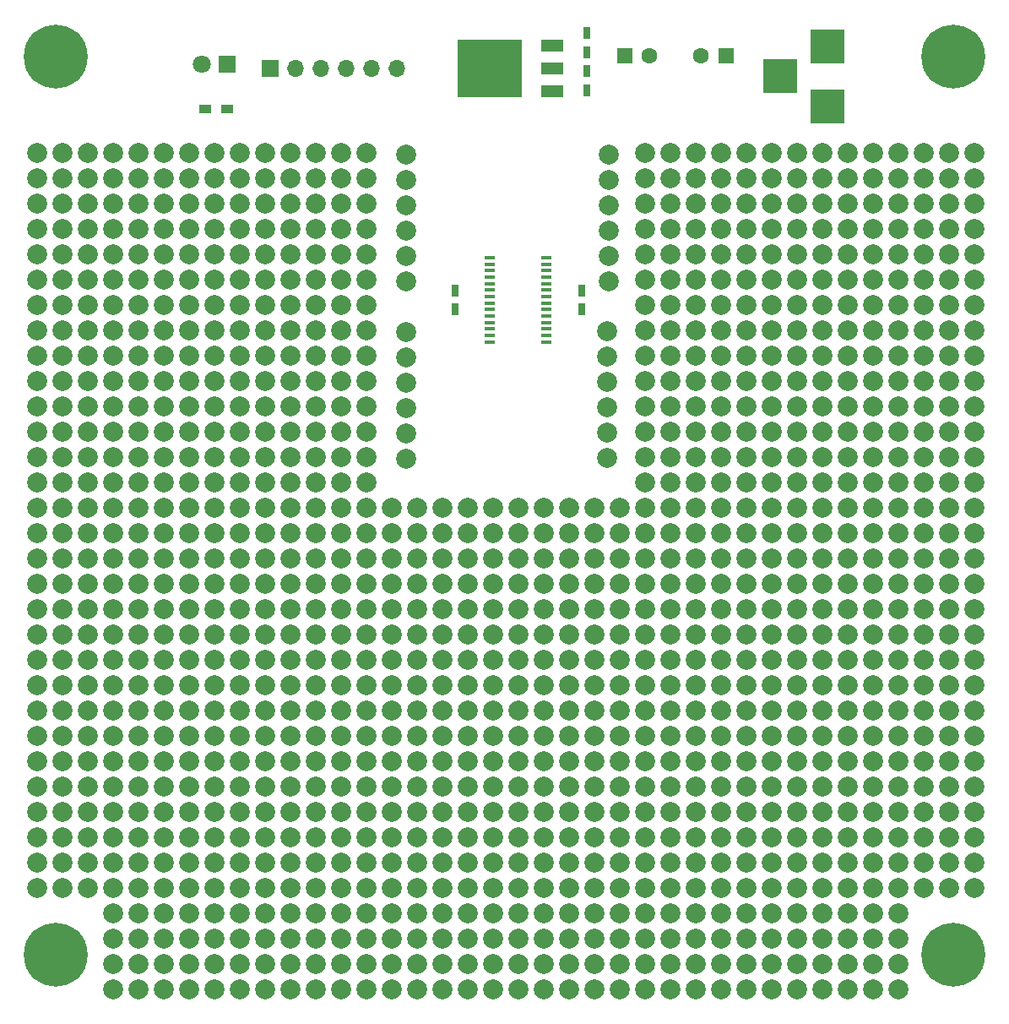
<source format=gbr>
G04 #@! TF.FileFunction,Soldermask,Top*
%FSLAX46Y46*%
G04 Gerber Fmt 4.6, Leading zero omitted, Abs format (unit mm)*
G04 Created by KiCad (PCBNEW 4.0.6) date 07/25/17 01:14:20*
%MOMM*%
%LPD*%
G01*
G04 APERTURE LIST*
%ADD10C,0.100000*%
%ADD11C,2.000000*%
%ADD12C,6.400000*%
%ADD13R,1.600000X1.600000*%
%ADD14C,1.600000*%
%ADD15R,0.750000X1.200000*%
%ADD16R,1.700000X1.700000*%
%ADD17O,1.700000X1.700000*%
%ADD18R,3.500000X3.500000*%
%ADD19R,2.200000X1.200000*%
%ADD20R,6.400000X5.800000*%
%ADD21R,1.100000X0.400000*%
%ADD22R,1.800000X1.800000*%
%ADD23C,1.800000*%
%ADD24R,1.200000X0.900000*%
G04 APERTURE END LIST*
D10*
D11*
X143510000Y-125095000D03*
X146050000Y-125095000D03*
X138430000Y-125095000D03*
X135890000Y-125095000D03*
X133350000Y-125095000D03*
X140970000Y-125095000D03*
X128270000Y-125095000D03*
X130810000Y-125095000D03*
X125730000Y-125095000D03*
X123190000Y-125095000D03*
X138430000Y-127635000D03*
X138430000Y-132715000D03*
X138430000Y-130175000D03*
X140970000Y-130175000D03*
X140970000Y-132715000D03*
X140970000Y-127635000D03*
X135890000Y-127635000D03*
X133350000Y-132715000D03*
X133350000Y-130175000D03*
X135890000Y-130175000D03*
X135890000Y-132715000D03*
X133350000Y-127635000D03*
X128270000Y-127635000D03*
X130810000Y-130175000D03*
X130810000Y-132715000D03*
X128270000Y-130175000D03*
X130810000Y-127635000D03*
X123190000Y-127635000D03*
X125730000Y-127635000D03*
X125730000Y-130175000D03*
X123190000Y-132715000D03*
X125730000Y-132715000D03*
X128270000Y-132715000D03*
X123190000Y-130175000D03*
X123190000Y-135255000D03*
X123190000Y-137795000D03*
X123190000Y-140335000D03*
X125730000Y-135255000D03*
X128270000Y-135255000D03*
X128270000Y-137795000D03*
X130810000Y-137795000D03*
X130810000Y-135255000D03*
X128270000Y-140335000D03*
X146050000Y-127635000D03*
X143510000Y-127635000D03*
X146050000Y-130175000D03*
X143510000Y-130175000D03*
X143510000Y-132715000D03*
X146050000Y-132715000D03*
X146050000Y-137795000D03*
X146050000Y-135255000D03*
X146050000Y-140335000D03*
X135890000Y-137795000D03*
X133350000Y-135255000D03*
X133350000Y-140335000D03*
X135890000Y-140335000D03*
X135890000Y-135255000D03*
X133350000Y-137795000D03*
X143510000Y-137795000D03*
X138430000Y-137795000D03*
X140970000Y-135255000D03*
X140970000Y-137795000D03*
X143510000Y-135255000D03*
X138430000Y-135255000D03*
X143510000Y-140335000D03*
X140970000Y-140335000D03*
X138430000Y-140335000D03*
X125730000Y-137795000D03*
X125730000Y-140335000D03*
X130810000Y-140335000D03*
X151130000Y-89535000D03*
X153670000Y-89535000D03*
X161290000Y-89535000D03*
X156210000Y-89535000D03*
X158750000Y-89535000D03*
X148590000Y-89535000D03*
X156210000Y-92075000D03*
X151130000Y-92075000D03*
X153670000Y-92075000D03*
X148590000Y-92075000D03*
X158750000Y-92075000D03*
X161290000Y-92075000D03*
X168910000Y-92075000D03*
X171450000Y-92075000D03*
X166370000Y-89535000D03*
X163830000Y-89535000D03*
X166370000Y-92075000D03*
X163830000Y-92075000D03*
X179070000Y-92075000D03*
X181610000Y-92075000D03*
X176530000Y-92075000D03*
X173990000Y-92075000D03*
X168910000Y-89535000D03*
X179070000Y-89535000D03*
X181610000Y-89535000D03*
X171450000Y-89535000D03*
X173990000Y-89535000D03*
X176530000Y-89535000D03*
X97790000Y-92075000D03*
X87630000Y-89535000D03*
X90170000Y-89535000D03*
X92710000Y-89535000D03*
X95250000Y-92075000D03*
X95250000Y-89535000D03*
X100330000Y-89535000D03*
X97790000Y-89535000D03*
X100330000Y-92075000D03*
X92710000Y-92075000D03*
X87630000Y-92075000D03*
X90170000Y-92075000D03*
X110490000Y-89535000D03*
X110490000Y-92075000D03*
X107950000Y-89535000D03*
X107950000Y-92075000D03*
X118110000Y-92075000D03*
X120650000Y-92075000D03*
X120650000Y-89535000D03*
X118110000Y-89535000D03*
X102870000Y-92075000D03*
X102870000Y-89535000D03*
X105410000Y-92075000D03*
X105410000Y-89535000D03*
X113030000Y-89535000D03*
X113030000Y-92075000D03*
X115570000Y-92075000D03*
X115570000Y-89535000D03*
X168910000Y-168275000D03*
X166370000Y-168275000D03*
X168910000Y-170815000D03*
X166370000Y-170815000D03*
X168910000Y-173355000D03*
X166370000Y-173355000D03*
X173990000Y-173355000D03*
X171450000Y-170815000D03*
X171450000Y-173355000D03*
X171450000Y-168275000D03*
X173990000Y-170815000D03*
X173990000Y-168275000D03*
X146050000Y-168275000D03*
X146050000Y-173355000D03*
X148590000Y-173355000D03*
X146050000Y-170815000D03*
X143510000Y-173355000D03*
X148590000Y-168275000D03*
X148590000Y-170815000D03*
X133350000Y-173355000D03*
X135890000Y-168275000D03*
X133350000Y-170815000D03*
X135890000Y-170815000D03*
X138430000Y-173355000D03*
X133350000Y-168275000D03*
X138430000Y-170815000D03*
X135890000Y-173355000D03*
X138430000Y-168275000D03*
X140970000Y-173355000D03*
X140970000Y-168275000D03*
X143510000Y-168275000D03*
X143510000Y-170815000D03*
X140970000Y-170815000D03*
X158750000Y-170815000D03*
X161290000Y-168275000D03*
X158750000Y-173355000D03*
X158750000Y-168275000D03*
X151130000Y-173355000D03*
X156210000Y-173355000D03*
X153670000Y-170815000D03*
X151130000Y-170815000D03*
X153670000Y-173355000D03*
X156210000Y-170815000D03*
X151130000Y-168275000D03*
X156210000Y-168275000D03*
X153670000Y-168275000D03*
X163830000Y-173355000D03*
X161290000Y-173355000D03*
X163830000Y-170815000D03*
X161290000Y-170815000D03*
X163830000Y-168275000D03*
X95250000Y-168275000D03*
X97790000Y-168275000D03*
X95250000Y-170815000D03*
X97790000Y-170815000D03*
X97790000Y-173355000D03*
X95250000Y-173355000D03*
X113030000Y-173355000D03*
X113030000Y-170815000D03*
X115570000Y-170815000D03*
X115570000Y-173355000D03*
X115570000Y-168275000D03*
X113030000Y-168275000D03*
X110490000Y-168275000D03*
X107950000Y-168275000D03*
X105410000Y-168275000D03*
X110490000Y-170815000D03*
X105410000Y-173355000D03*
X105410000Y-170815000D03*
X110490000Y-173355000D03*
X107950000Y-173355000D03*
X107950000Y-170815000D03*
X102870000Y-173355000D03*
X100330000Y-170815000D03*
X102870000Y-170815000D03*
X100330000Y-173355000D03*
X100330000Y-168275000D03*
X102870000Y-168275000D03*
X118110000Y-170815000D03*
X120650000Y-170815000D03*
X118110000Y-173355000D03*
X123190000Y-173355000D03*
X120650000Y-173355000D03*
X130810000Y-170815000D03*
X130810000Y-173355000D03*
X125730000Y-170815000D03*
X128270000Y-173355000D03*
X128270000Y-170815000D03*
X125730000Y-173355000D03*
X118110000Y-168275000D03*
X120650000Y-168275000D03*
X123190000Y-168275000D03*
X123190000Y-170815000D03*
X130810000Y-168275000D03*
X125730000Y-168275000D03*
X128270000Y-168275000D03*
X97790000Y-158115000D03*
X95250000Y-158115000D03*
X95250000Y-160655000D03*
X97790000Y-160655000D03*
X90170000Y-160655000D03*
X92710000Y-160655000D03*
X87630000Y-158115000D03*
X87630000Y-160655000D03*
X90170000Y-158115000D03*
X92710000Y-158115000D03*
X92710000Y-163195000D03*
X87630000Y-163195000D03*
X90170000Y-163195000D03*
X95250000Y-163195000D03*
X95250000Y-165735000D03*
X97790000Y-163195000D03*
X97790000Y-165735000D03*
X115570000Y-160655000D03*
X115570000Y-158115000D03*
X118110000Y-158115000D03*
X118110000Y-160655000D03*
X115570000Y-165735000D03*
X118110000Y-165735000D03*
X115570000Y-163195000D03*
X118110000Y-163195000D03*
X113030000Y-165735000D03*
X113030000Y-163195000D03*
X113030000Y-160655000D03*
X110490000Y-158115000D03*
X113030000Y-158115000D03*
X110490000Y-160655000D03*
X107950000Y-163195000D03*
X110490000Y-165735000D03*
X110490000Y-163195000D03*
X105410000Y-165735000D03*
X105410000Y-163195000D03*
X102870000Y-165735000D03*
X107950000Y-165735000D03*
X100330000Y-163195000D03*
X100330000Y-165735000D03*
X102870000Y-163195000D03*
X100330000Y-160655000D03*
X100330000Y-158115000D03*
X102870000Y-158115000D03*
X102870000Y-160655000D03*
X105410000Y-158115000D03*
X107950000Y-160655000D03*
X105410000Y-160655000D03*
X107950000Y-158115000D03*
X133350000Y-165735000D03*
X133350000Y-160655000D03*
X133350000Y-163195000D03*
X130810000Y-163195000D03*
X130810000Y-160655000D03*
X128270000Y-160655000D03*
X125730000Y-163195000D03*
X125730000Y-160655000D03*
X123190000Y-160655000D03*
X120650000Y-160655000D03*
X130810000Y-158115000D03*
X128270000Y-158115000D03*
X120650000Y-158115000D03*
X125730000Y-158115000D03*
X123190000Y-158115000D03*
X120650000Y-163195000D03*
X123190000Y-163195000D03*
X120650000Y-165735000D03*
X123190000Y-165735000D03*
X130810000Y-165735000D03*
X125730000Y-165735000D03*
X128270000Y-163195000D03*
X128270000Y-165735000D03*
X173990000Y-165735000D03*
X171450000Y-163195000D03*
X171450000Y-165735000D03*
X171450000Y-160655000D03*
X168910000Y-160655000D03*
X176530000Y-158115000D03*
X173990000Y-158115000D03*
X166370000Y-165735000D03*
X168910000Y-163195000D03*
X166370000Y-160655000D03*
X166370000Y-163195000D03*
X168910000Y-165735000D03*
X173990000Y-163195000D03*
X176530000Y-163195000D03*
X173990000Y-160655000D03*
X179070000Y-163195000D03*
X179070000Y-160655000D03*
X181610000Y-160655000D03*
X176530000Y-160655000D03*
X181610000Y-163195000D03*
X181610000Y-158115000D03*
X179070000Y-158115000D03*
X168910000Y-158115000D03*
X171450000Y-158115000D03*
X166370000Y-158115000D03*
X163830000Y-158115000D03*
X151130000Y-160655000D03*
X151130000Y-158115000D03*
X146050000Y-160655000D03*
X148590000Y-160655000D03*
X148590000Y-158115000D03*
X146050000Y-158115000D03*
X146050000Y-165735000D03*
X148590000Y-165735000D03*
X151130000Y-165735000D03*
X153670000Y-163195000D03*
X146050000Y-163195000D03*
X151130000Y-163195000D03*
X148590000Y-163195000D03*
X153670000Y-165735000D03*
X163830000Y-165735000D03*
X158750000Y-163195000D03*
X158750000Y-165735000D03*
X158750000Y-160655000D03*
X161290000Y-165735000D03*
X163830000Y-163195000D03*
X161290000Y-158115000D03*
X163830000Y-160655000D03*
X161290000Y-160655000D03*
X161290000Y-163195000D03*
X156210000Y-163195000D03*
X156210000Y-165735000D03*
X158750000Y-158115000D03*
X156210000Y-160655000D03*
X153670000Y-158115000D03*
X156210000Y-158115000D03*
X153670000Y-160655000D03*
X135890000Y-160655000D03*
X138430000Y-160655000D03*
X138430000Y-158115000D03*
X133350000Y-158115000D03*
X135890000Y-158115000D03*
X140970000Y-165735000D03*
X135890000Y-163195000D03*
X143510000Y-165735000D03*
X143510000Y-163195000D03*
X138430000Y-165735000D03*
X140970000Y-163195000D03*
X135890000Y-165735000D03*
X138430000Y-163195000D03*
X140970000Y-160655000D03*
X140970000Y-158115000D03*
X143510000Y-160655000D03*
X143510000Y-158115000D03*
X120650000Y-94615000D03*
X115570000Y-97155000D03*
X118110000Y-97155000D03*
X118110000Y-94615000D03*
X115570000Y-94615000D03*
X87630000Y-107315000D03*
X95250000Y-107315000D03*
X90170000Y-107315000D03*
X92710000Y-104775000D03*
X97790000Y-107315000D03*
X92710000Y-107315000D03*
X95250000Y-104775000D03*
X90170000Y-104775000D03*
X97790000Y-104775000D03*
X90170000Y-102235000D03*
X87630000Y-102235000D03*
X90170000Y-99695000D03*
X87630000Y-99695000D03*
X87630000Y-104775000D03*
X97790000Y-102235000D03*
X92710000Y-102235000D03*
X97790000Y-99695000D03*
X95250000Y-99695000D03*
X95250000Y-97155000D03*
X92710000Y-99695000D03*
X95250000Y-102235000D03*
X92710000Y-97155000D03*
X92710000Y-94615000D03*
X90170000Y-94615000D03*
X95250000Y-94615000D03*
X97790000Y-94615000D03*
X110490000Y-94615000D03*
X113030000Y-94615000D03*
X113030000Y-97155000D03*
X113030000Y-99695000D03*
X107950000Y-99695000D03*
X110490000Y-99695000D03*
X110490000Y-97155000D03*
X100330000Y-107315000D03*
X102870000Y-107315000D03*
X107950000Y-104775000D03*
X110490000Y-104775000D03*
X110490000Y-107315000D03*
X107950000Y-107315000D03*
X105410000Y-107315000D03*
X105410000Y-104775000D03*
X102870000Y-94615000D03*
X100330000Y-99695000D03*
X100330000Y-94615000D03*
X100330000Y-97155000D03*
X107950000Y-97155000D03*
X105410000Y-94615000D03*
X107950000Y-94615000D03*
X105410000Y-97155000D03*
X107950000Y-102235000D03*
X113030000Y-107315000D03*
X110490000Y-102235000D03*
X113030000Y-102235000D03*
X113030000Y-104775000D03*
X100330000Y-104775000D03*
X102870000Y-104775000D03*
X102870000Y-102235000D03*
X105410000Y-102235000D03*
X105410000Y-99695000D03*
X102870000Y-99695000D03*
X102870000Y-97155000D03*
X100330000Y-102235000D03*
X87630000Y-97155000D03*
X90170000Y-97155000D03*
X87630000Y-94615000D03*
X97790000Y-97155000D03*
X120650000Y-104775000D03*
X120650000Y-107315000D03*
X118110000Y-107315000D03*
X115570000Y-104775000D03*
X115570000Y-99695000D03*
X118110000Y-104775000D03*
X115570000Y-107315000D03*
X118110000Y-102235000D03*
X115570000Y-102235000D03*
X118110000Y-99695000D03*
X120650000Y-97155000D03*
X120650000Y-99695000D03*
X120650000Y-102235000D03*
X179070000Y-107315000D03*
X176530000Y-107315000D03*
X181610000Y-107315000D03*
X173990000Y-107315000D03*
X171450000Y-104775000D03*
X173990000Y-104775000D03*
X171450000Y-107315000D03*
X171450000Y-102235000D03*
X166370000Y-102235000D03*
X168910000Y-102235000D03*
X166370000Y-107315000D03*
X168910000Y-104775000D03*
X166370000Y-104775000D03*
X168910000Y-107315000D03*
X179070000Y-94615000D03*
X181610000Y-94615000D03*
X179070000Y-97155000D03*
X181610000Y-97155000D03*
X181610000Y-99695000D03*
X179070000Y-99695000D03*
X181610000Y-102235000D03*
X176530000Y-104775000D03*
X179070000Y-102235000D03*
X179070000Y-104775000D03*
X181610000Y-104775000D03*
X173990000Y-102235000D03*
X176530000Y-102235000D03*
X173990000Y-99695000D03*
X176530000Y-99695000D03*
X151130000Y-94615000D03*
X148590000Y-94615000D03*
X151130000Y-97155000D03*
X166370000Y-99695000D03*
X168910000Y-99695000D03*
X163830000Y-99695000D03*
X166370000Y-97155000D03*
X163830000Y-97155000D03*
X163830000Y-94615000D03*
X166370000Y-94615000D03*
X168910000Y-97155000D03*
X168910000Y-94615000D03*
X171450000Y-99695000D03*
X173990000Y-97155000D03*
X176530000Y-94615000D03*
X171450000Y-97155000D03*
X176530000Y-97155000D03*
X173990000Y-94615000D03*
X171450000Y-94615000D03*
X148590000Y-102235000D03*
X151130000Y-102235000D03*
X148590000Y-99695000D03*
X151130000Y-99695000D03*
X163830000Y-104775000D03*
X161290000Y-104775000D03*
X161290000Y-107315000D03*
X163830000Y-102235000D03*
X161290000Y-102235000D03*
X163830000Y-107315000D03*
X148590000Y-104775000D03*
X151130000Y-107315000D03*
X151130000Y-104775000D03*
X148590000Y-107315000D03*
X158750000Y-102235000D03*
X158750000Y-97155000D03*
X158750000Y-99695000D03*
X161290000Y-99695000D03*
X161290000Y-97155000D03*
X148590000Y-97155000D03*
X153670000Y-99695000D03*
X156210000Y-99695000D03*
X153670000Y-97155000D03*
X153670000Y-94615000D03*
X156210000Y-97155000D03*
X156210000Y-94615000D03*
X153670000Y-107315000D03*
X153670000Y-104775000D03*
X153670000Y-102235000D03*
X156210000Y-107315000D03*
X158750000Y-107315000D03*
X158750000Y-104775000D03*
X156210000Y-104775000D03*
X156210000Y-102235000D03*
X158750000Y-94615000D03*
X161290000Y-94615000D03*
X140970000Y-155575000D03*
X140970000Y-153035000D03*
X140970000Y-150495000D03*
X143510000Y-150495000D03*
X138430000Y-155575000D03*
X138430000Y-153035000D03*
X138430000Y-150495000D03*
X135890000Y-150495000D03*
X135890000Y-155575000D03*
X133350000Y-155575000D03*
X133350000Y-150495000D03*
X133350000Y-153035000D03*
X135890000Y-153035000D03*
X143510000Y-155575000D03*
X146050000Y-155575000D03*
X146050000Y-150495000D03*
X146050000Y-153035000D03*
X143510000Y-153035000D03*
X148590000Y-150495000D03*
X181610000Y-150495000D03*
X179070000Y-150495000D03*
X176530000Y-150495000D03*
X171450000Y-150495000D03*
X163830000Y-153035000D03*
X163830000Y-150495000D03*
X166370000Y-150495000D03*
X168910000Y-150495000D03*
X166370000Y-155575000D03*
X163830000Y-155575000D03*
X168910000Y-153035000D03*
X166370000Y-153035000D03*
X168910000Y-155575000D03*
X173990000Y-155575000D03*
X171450000Y-153035000D03*
X173990000Y-153035000D03*
X171450000Y-155575000D03*
X173990000Y-150495000D03*
X179070000Y-155575000D03*
X181610000Y-155575000D03*
X176530000Y-155575000D03*
X176530000Y-153035000D03*
X179070000Y-153035000D03*
X181610000Y-153035000D03*
X153670000Y-155575000D03*
X148590000Y-155575000D03*
X148590000Y-153035000D03*
X151130000Y-155575000D03*
X151130000Y-153035000D03*
X153670000Y-153035000D03*
X153670000Y-150495000D03*
X151130000Y-150495000D03*
X156210000Y-155575000D03*
X158750000Y-155575000D03*
X161290000Y-153035000D03*
X161290000Y-155575000D03*
X158750000Y-153035000D03*
X156210000Y-153035000D03*
X156210000Y-150495000D03*
X158750000Y-150495000D03*
X161290000Y-150495000D03*
X100330000Y-153035000D03*
X100330000Y-155575000D03*
X102870000Y-150495000D03*
X100330000Y-150495000D03*
X107950000Y-153035000D03*
X110490000Y-150495000D03*
X110490000Y-153035000D03*
X113030000Y-155575000D03*
X110490000Y-155575000D03*
X107950000Y-150495000D03*
X107950000Y-155575000D03*
X105410000Y-155575000D03*
X105410000Y-153035000D03*
X105410000Y-150495000D03*
X102870000Y-155575000D03*
X102870000Y-153035000D03*
X130810000Y-155575000D03*
X130810000Y-153035000D03*
X128270000Y-153035000D03*
X128270000Y-155575000D03*
X130810000Y-150495000D03*
X128270000Y-150495000D03*
X125730000Y-155575000D03*
X125730000Y-153035000D03*
X123190000Y-155575000D03*
X123190000Y-153035000D03*
X125730000Y-150495000D03*
X118110000Y-155575000D03*
X120650000Y-153035000D03*
X120650000Y-155575000D03*
X118110000Y-153035000D03*
X115570000Y-155575000D03*
X118110000Y-150495000D03*
X115570000Y-153035000D03*
X115570000Y-150495000D03*
X123190000Y-150495000D03*
X120650000Y-150495000D03*
X113030000Y-153035000D03*
X113030000Y-150495000D03*
X92710000Y-153035000D03*
X97790000Y-150495000D03*
X97790000Y-153035000D03*
X97790000Y-155575000D03*
X92710000Y-155575000D03*
X95250000Y-153035000D03*
X95250000Y-150495000D03*
X95250000Y-155575000D03*
X90170000Y-155575000D03*
X92710000Y-150495000D03*
X87630000Y-150495000D03*
X87630000Y-155575000D03*
X90170000Y-150495000D03*
X87630000Y-153035000D03*
X90170000Y-153035000D03*
X140970000Y-147955000D03*
X138430000Y-147955000D03*
X135890000Y-147955000D03*
X133350000Y-147955000D03*
X143510000Y-147955000D03*
X146050000Y-147955000D03*
X130810000Y-147955000D03*
X128270000Y-147955000D03*
X125730000Y-147955000D03*
X123190000Y-147955000D03*
X140970000Y-145415000D03*
X138430000Y-145415000D03*
X135890000Y-145415000D03*
X133350000Y-145415000D03*
X143510000Y-145415000D03*
X146050000Y-145415000D03*
X130810000Y-145415000D03*
X128270000Y-145415000D03*
X125730000Y-145415000D03*
X123190000Y-145415000D03*
X140970000Y-142875000D03*
X138430000Y-142875000D03*
X143510000Y-142875000D03*
X146050000Y-142875000D03*
X130810000Y-142875000D03*
X133350000Y-142875000D03*
X135890000Y-142875000D03*
X125730000Y-142875000D03*
X128270000Y-142875000D03*
X123190000Y-142875000D03*
X120650000Y-135255000D03*
X118110000Y-132715000D03*
X120650000Y-132715000D03*
X118110000Y-135255000D03*
X118110000Y-137795000D03*
X115570000Y-137795000D03*
X120650000Y-140335000D03*
X120650000Y-137795000D03*
X118110000Y-147955000D03*
X115570000Y-147955000D03*
X120650000Y-147955000D03*
X120650000Y-142875000D03*
X120650000Y-145415000D03*
X118110000Y-145415000D03*
X118110000Y-142875000D03*
X118110000Y-140335000D03*
X115570000Y-127635000D03*
X118110000Y-127635000D03*
X120650000Y-127635000D03*
X120650000Y-125095000D03*
X118110000Y-125095000D03*
X113030000Y-125095000D03*
X115570000Y-125095000D03*
X120650000Y-130175000D03*
X115570000Y-132715000D03*
X115570000Y-135255000D03*
X118110000Y-130175000D03*
X115570000Y-130175000D03*
X115570000Y-145415000D03*
X113030000Y-145415000D03*
X113030000Y-140335000D03*
X113030000Y-142875000D03*
X115570000Y-142875000D03*
X115570000Y-140335000D03*
X90170000Y-125095000D03*
X87630000Y-125095000D03*
X87630000Y-122555000D03*
X90170000Y-122555000D03*
X92710000Y-122555000D03*
X92710000Y-120015000D03*
X97790000Y-125095000D03*
X97790000Y-122555000D03*
X97790000Y-120015000D03*
X95250000Y-122555000D03*
X95250000Y-120015000D03*
X87630000Y-117475000D03*
X90170000Y-120015000D03*
X87630000Y-114935000D03*
X87630000Y-120015000D03*
X95250000Y-114935000D03*
X97790000Y-114935000D03*
X97790000Y-117475000D03*
X95250000Y-117475000D03*
X90170000Y-114935000D03*
X90170000Y-117475000D03*
X92710000Y-117475000D03*
X92710000Y-114935000D03*
X87630000Y-130175000D03*
X90170000Y-130175000D03*
X87630000Y-127635000D03*
X90170000Y-127635000D03*
X97790000Y-130175000D03*
X100330000Y-130175000D03*
X100330000Y-132715000D03*
X97790000Y-132715000D03*
X95250000Y-130175000D03*
X95250000Y-132715000D03*
X100330000Y-127635000D03*
X97790000Y-127635000D03*
X87630000Y-132715000D03*
X90170000Y-132715000D03*
X92710000Y-130175000D03*
X92710000Y-132715000D03*
X92710000Y-125095000D03*
X95250000Y-127635000D03*
X92710000Y-127635000D03*
X95250000Y-125095000D03*
X90170000Y-147955000D03*
X87630000Y-145415000D03*
X87630000Y-147955000D03*
X92710000Y-145415000D03*
X90170000Y-145415000D03*
X92710000Y-147955000D03*
X100330000Y-137795000D03*
X97790000Y-135255000D03*
X100330000Y-135255000D03*
X100330000Y-140335000D03*
X87630000Y-137795000D03*
X87630000Y-135255000D03*
X92710000Y-135255000D03*
X90170000Y-137795000D03*
X90170000Y-135255000D03*
X92710000Y-137795000D03*
X100330000Y-145415000D03*
X100330000Y-142875000D03*
X97790000Y-145415000D03*
X97790000Y-142875000D03*
X95250000Y-142875000D03*
X95250000Y-147955000D03*
X100330000Y-147955000D03*
X97790000Y-147955000D03*
X95250000Y-145415000D03*
X97790000Y-140335000D03*
X95250000Y-137795000D03*
X97790000Y-137795000D03*
X95250000Y-135255000D03*
X95250000Y-140335000D03*
X87630000Y-142875000D03*
X92710000Y-140335000D03*
X87630000Y-140335000D03*
X90170000Y-140335000D03*
X90170000Y-142875000D03*
X92710000Y-142875000D03*
X100330000Y-122555000D03*
X100330000Y-125095000D03*
X102870000Y-125095000D03*
X100330000Y-120015000D03*
X107950000Y-120015000D03*
X107950000Y-122555000D03*
X107950000Y-125095000D03*
X110490000Y-125095000D03*
X105410000Y-125095000D03*
X102870000Y-122555000D03*
X105410000Y-120015000D03*
X105410000Y-122555000D03*
X102870000Y-120015000D03*
X107950000Y-114935000D03*
X107950000Y-117475000D03*
X105410000Y-114935000D03*
X105410000Y-117475000D03*
X100330000Y-114935000D03*
X102870000Y-114935000D03*
X102870000Y-117475000D03*
X100330000Y-117475000D03*
X110490000Y-132715000D03*
X113030000Y-132715000D03*
X107950000Y-132715000D03*
X107950000Y-130175000D03*
X105410000Y-145415000D03*
X105410000Y-147955000D03*
X102870000Y-147955000D03*
X102870000Y-145415000D03*
X107950000Y-145415000D03*
X105410000Y-137795000D03*
X102870000Y-140335000D03*
X105410000Y-140335000D03*
X105410000Y-142875000D03*
X102870000Y-142875000D03*
X102870000Y-137795000D03*
X110490000Y-130175000D03*
X113030000Y-130175000D03*
X113030000Y-127635000D03*
X107950000Y-127635000D03*
X110490000Y-127635000D03*
X102870000Y-132715000D03*
X102870000Y-135255000D03*
X105410000Y-130175000D03*
X105410000Y-135255000D03*
X105410000Y-132715000D03*
X102870000Y-130175000D03*
X102870000Y-127635000D03*
X105410000Y-127635000D03*
X107950000Y-142875000D03*
X113030000Y-137795000D03*
X110490000Y-137795000D03*
X110490000Y-142875000D03*
X110490000Y-145415000D03*
X107950000Y-147955000D03*
X110490000Y-147955000D03*
X113030000Y-147955000D03*
X113030000Y-135255000D03*
X110490000Y-135255000D03*
X107950000Y-135255000D03*
X107950000Y-137795000D03*
X107950000Y-140335000D03*
X110490000Y-140335000D03*
X118110000Y-112395000D03*
X118110000Y-109855000D03*
X115570000Y-112395000D03*
X115570000Y-109855000D03*
X113030000Y-112395000D03*
X113030000Y-109855000D03*
X120650000Y-109855000D03*
X120650000Y-112395000D03*
X90170000Y-109855000D03*
X90170000Y-112395000D03*
X87630000Y-109855000D03*
X87630000Y-112395000D03*
X120650000Y-122555000D03*
X120650000Y-120015000D03*
X118110000Y-120015000D03*
X118110000Y-122555000D03*
X120650000Y-117475000D03*
X118110000Y-114935000D03*
X118110000Y-117475000D03*
X120650000Y-114935000D03*
X115570000Y-122555000D03*
X115570000Y-120015000D03*
X113030000Y-120015000D03*
X110490000Y-120015000D03*
X113030000Y-122555000D03*
X110490000Y-122555000D03*
X113030000Y-114935000D03*
X110490000Y-114935000D03*
X115570000Y-114935000D03*
X110490000Y-117475000D03*
X115570000Y-117475000D03*
X113030000Y-117475000D03*
X92710000Y-109855000D03*
X95250000Y-112395000D03*
X95250000Y-109855000D03*
X92710000Y-112395000D03*
X105410000Y-112395000D03*
X102870000Y-109855000D03*
X102870000Y-112395000D03*
X105410000Y-109855000D03*
X107950000Y-112395000D03*
X110490000Y-109855000D03*
X107950000Y-109855000D03*
X110490000Y-112395000D03*
X97790000Y-112395000D03*
X100330000Y-112395000D03*
X100330000Y-109855000D03*
X97790000Y-109855000D03*
X179070000Y-147955000D03*
X181610000Y-147955000D03*
X176530000Y-147955000D03*
X176530000Y-145415000D03*
X179070000Y-145415000D03*
X181610000Y-142875000D03*
X181610000Y-145415000D03*
X166370000Y-145415000D03*
X163830000Y-145415000D03*
X166370000Y-147955000D03*
X163830000Y-147955000D03*
X171450000Y-145415000D03*
X173990000Y-145415000D03*
X171450000Y-147955000D03*
X173990000Y-147955000D03*
X168910000Y-147955000D03*
X176530000Y-135255000D03*
X176530000Y-137795000D03*
X179070000Y-137795000D03*
X181610000Y-135255000D03*
X179070000Y-135255000D03*
X176530000Y-142875000D03*
X179070000Y-142875000D03*
X176530000Y-140335000D03*
X179070000Y-140335000D03*
X181610000Y-140335000D03*
X181610000Y-137795000D03*
X168910000Y-140335000D03*
X173990000Y-140335000D03*
X171450000Y-140335000D03*
X171450000Y-142875000D03*
X168910000Y-142875000D03*
X173990000Y-142875000D03*
X168910000Y-145415000D03*
X163830000Y-140335000D03*
X166370000Y-140335000D03*
X163830000Y-142875000D03*
X161290000Y-140335000D03*
X161290000Y-142875000D03*
X166370000Y-142875000D03*
X173990000Y-137795000D03*
X173990000Y-135255000D03*
X171450000Y-137795000D03*
X171450000Y-135255000D03*
X156210000Y-137795000D03*
X158750000Y-135255000D03*
X156210000Y-135255000D03*
X158750000Y-137795000D03*
X153670000Y-135255000D03*
X151130000Y-137795000D03*
X151130000Y-135255000D03*
X153670000Y-137795000D03*
X166370000Y-137795000D03*
X166370000Y-135255000D03*
X168910000Y-135255000D03*
X168910000Y-137795000D03*
X161290000Y-137795000D03*
X163830000Y-135255000D03*
X161290000Y-135255000D03*
X163830000Y-137795000D03*
X153670000Y-142875000D03*
X156210000Y-140335000D03*
X153670000Y-140335000D03*
X156210000Y-142875000D03*
X158750000Y-142875000D03*
X158750000Y-145415000D03*
X156210000Y-145415000D03*
X158750000Y-140335000D03*
X153670000Y-145415000D03*
X158750000Y-147955000D03*
X161290000Y-147955000D03*
X156210000Y-147955000D03*
X161290000Y-145415000D03*
X153670000Y-147955000D03*
X151130000Y-142875000D03*
X148590000Y-140335000D03*
X151130000Y-140335000D03*
X151130000Y-145415000D03*
X148590000Y-135255000D03*
X148590000Y-145415000D03*
X148590000Y-137795000D03*
X148590000Y-142875000D03*
X148590000Y-147955000D03*
X151130000Y-147955000D03*
X153670000Y-132715000D03*
X153670000Y-130175000D03*
X156210000Y-132715000D03*
X156210000Y-130175000D03*
X176530000Y-130175000D03*
X179070000Y-132715000D03*
X179070000Y-130175000D03*
X176530000Y-132715000D03*
X181610000Y-132715000D03*
X173990000Y-132715000D03*
X173990000Y-130175000D03*
X181610000Y-130175000D03*
X166370000Y-130175000D03*
X166370000Y-132715000D03*
X163830000Y-132715000D03*
X163830000Y-130175000D03*
X171450000Y-132715000D03*
X171450000Y-130175000D03*
X168910000Y-132715000D03*
X168910000Y-130175000D03*
X151130000Y-132715000D03*
X148590000Y-130175000D03*
X148590000Y-132715000D03*
X151130000Y-130175000D03*
X158750000Y-130175000D03*
X161290000Y-132715000D03*
X158750000Y-132715000D03*
X161290000Y-130175000D03*
X163830000Y-120015000D03*
X166370000Y-122555000D03*
X166370000Y-120015000D03*
X163830000Y-122555000D03*
X176530000Y-122555000D03*
X179070000Y-122555000D03*
X176530000Y-120015000D03*
X179070000Y-120015000D03*
X168910000Y-120015000D03*
X171450000Y-120015000D03*
X171450000Y-122555000D03*
X168910000Y-122555000D03*
X173990000Y-122555000D03*
X181610000Y-120015000D03*
X181610000Y-122555000D03*
X173990000Y-120015000D03*
X161290000Y-120015000D03*
X151130000Y-122555000D03*
X153670000Y-122555000D03*
X148590000Y-122555000D03*
X153670000Y-120015000D03*
X148590000Y-120015000D03*
X151130000Y-120015000D03*
X158750000Y-122555000D03*
X158750000Y-120015000D03*
X156210000Y-122555000D03*
X156210000Y-120015000D03*
X161290000Y-122555000D03*
X158750000Y-127635000D03*
X158750000Y-125095000D03*
X153670000Y-125095000D03*
X156210000Y-125095000D03*
X156210000Y-127635000D03*
X168910000Y-127635000D03*
X163830000Y-127635000D03*
X163830000Y-125095000D03*
X166370000Y-125095000D03*
X161290000Y-127635000D03*
X166370000Y-127635000D03*
X161290000Y-125095000D03*
X168910000Y-125095000D03*
X171450000Y-125095000D03*
X173990000Y-125095000D03*
X173990000Y-127635000D03*
X171450000Y-127635000D03*
X148590000Y-127635000D03*
X151130000Y-125095000D03*
X151130000Y-127635000D03*
X153670000Y-127635000D03*
X148590000Y-125095000D03*
X181610000Y-125095000D03*
X179070000Y-125095000D03*
X176530000Y-127635000D03*
X179070000Y-127635000D03*
X181610000Y-127635000D03*
X176530000Y-125095000D03*
X181610000Y-114935000D03*
X179070000Y-114935000D03*
X176530000Y-117475000D03*
X179070000Y-117475000D03*
X181610000Y-117475000D03*
X176530000Y-114935000D03*
X171450000Y-117475000D03*
X168910000Y-117475000D03*
X168910000Y-114935000D03*
X171450000Y-114935000D03*
X173990000Y-114935000D03*
X173990000Y-117475000D03*
X161290000Y-117475000D03*
X163830000Y-117475000D03*
X158750000Y-117475000D03*
X166370000Y-117475000D03*
X158750000Y-114935000D03*
X161290000Y-114935000D03*
X163830000Y-114935000D03*
X166370000Y-114935000D03*
X148590000Y-117475000D03*
X151130000Y-114935000D03*
X153670000Y-114935000D03*
X156210000Y-114935000D03*
X156210000Y-117475000D03*
X151130000Y-117475000D03*
X153670000Y-117475000D03*
X148590000Y-114935000D03*
X161290000Y-112395000D03*
X158750000Y-112395000D03*
X148590000Y-112395000D03*
X151130000Y-112395000D03*
X153670000Y-112395000D03*
X156210000Y-112395000D03*
X181610000Y-109855000D03*
X179070000Y-109855000D03*
X171450000Y-112395000D03*
X163830000Y-112395000D03*
X166370000Y-112395000D03*
X168910000Y-112395000D03*
X181610000Y-112395000D03*
X173990000Y-112395000D03*
X176530000Y-112395000D03*
X179070000Y-112395000D03*
X176530000Y-109855000D03*
X168910000Y-109855000D03*
X171450000Y-109855000D03*
X173990000Y-109855000D03*
X166370000Y-109855000D03*
X158750000Y-109855000D03*
X161290000Y-109855000D03*
X163830000Y-109855000D03*
X156210000Y-109855000D03*
X148590000Y-109855000D03*
X151130000Y-109855000D03*
D12*
X89530000Y-169850000D03*
X179530000Y-169850000D03*
X179530000Y-79850000D03*
D13*
X156720000Y-79740000D03*
D14*
X154220000Y-79740000D03*
D15*
X142750000Y-83230000D03*
X142750000Y-81330000D03*
X142750000Y-77520000D03*
X142750000Y-79420000D03*
D13*
X146560000Y-79740000D03*
D14*
X149060000Y-79740000D03*
D15*
X142240000Y-103270000D03*
X142240000Y-105170000D03*
X129540000Y-105170000D03*
X129540000Y-103270000D03*
D11*
X124630000Y-89700000D03*
X124630000Y-92240000D03*
X124630000Y-94780000D03*
X124630000Y-97320000D03*
X124630000Y-99860000D03*
X124630000Y-102400000D03*
X124630000Y-107480000D03*
X124630000Y-110020000D03*
X124630000Y-112560000D03*
X124630000Y-115100000D03*
X124630000Y-117640000D03*
X124630000Y-120180000D03*
X144950000Y-89700000D03*
X144950000Y-92240000D03*
X144950000Y-94780000D03*
X144950000Y-97320000D03*
X144950000Y-99860000D03*
X144950000Y-102400000D03*
X144780000Y-112475000D03*
X144780000Y-115015000D03*
X144780000Y-117555000D03*
X144780000Y-120095000D03*
D16*
X111000000Y-81010000D03*
D17*
X113540000Y-81010000D03*
X116080000Y-81010000D03*
X118620000Y-81010000D03*
X121160000Y-81010000D03*
X123700000Y-81010000D03*
D18*
X166880000Y-84820000D03*
X166880000Y-78820000D03*
X162180000Y-81820000D03*
D19*
X139330000Y-83290000D03*
X139330000Y-81010000D03*
X139330000Y-78730000D03*
D20*
X133030000Y-81010000D03*
D21*
X133040000Y-99995000D03*
X133040000Y-100645000D03*
X133040000Y-101295000D03*
X133040000Y-101945000D03*
X133040000Y-102595000D03*
X133040000Y-103245000D03*
X133040000Y-103895000D03*
X133040000Y-104545000D03*
X133040000Y-105195000D03*
X133040000Y-105845000D03*
X133040000Y-106495000D03*
X133040000Y-107145000D03*
X133040000Y-107795000D03*
X133040000Y-108445000D03*
X138740000Y-108445000D03*
X138740000Y-107795000D03*
X138740000Y-107145000D03*
X138740000Y-106495000D03*
X138740000Y-105845000D03*
X138740000Y-105195000D03*
X138740000Y-104545000D03*
X138740000Y-103895000D03*
X138740000Y-103245000D03*
X138740000Y-102595000D03*
X138740000Y-101945000D03*
X138740000Y-101295000D03*
X138740000Y-100645000D03*
X138740000Y-99995000D03*
D11*
X144780000Y-107395000D03*
X144780000Y-109935000D03*
X153670000Y-109855000D03*
D12*
X89530000Y-79850000D03*
D22*
X106680000Y-80645000D03*
D23*
X104140000Y-80645000D03*
D24*
X106680000Y-85090000D03*
X104480000Y-85090000D03*
M02*

</source>
